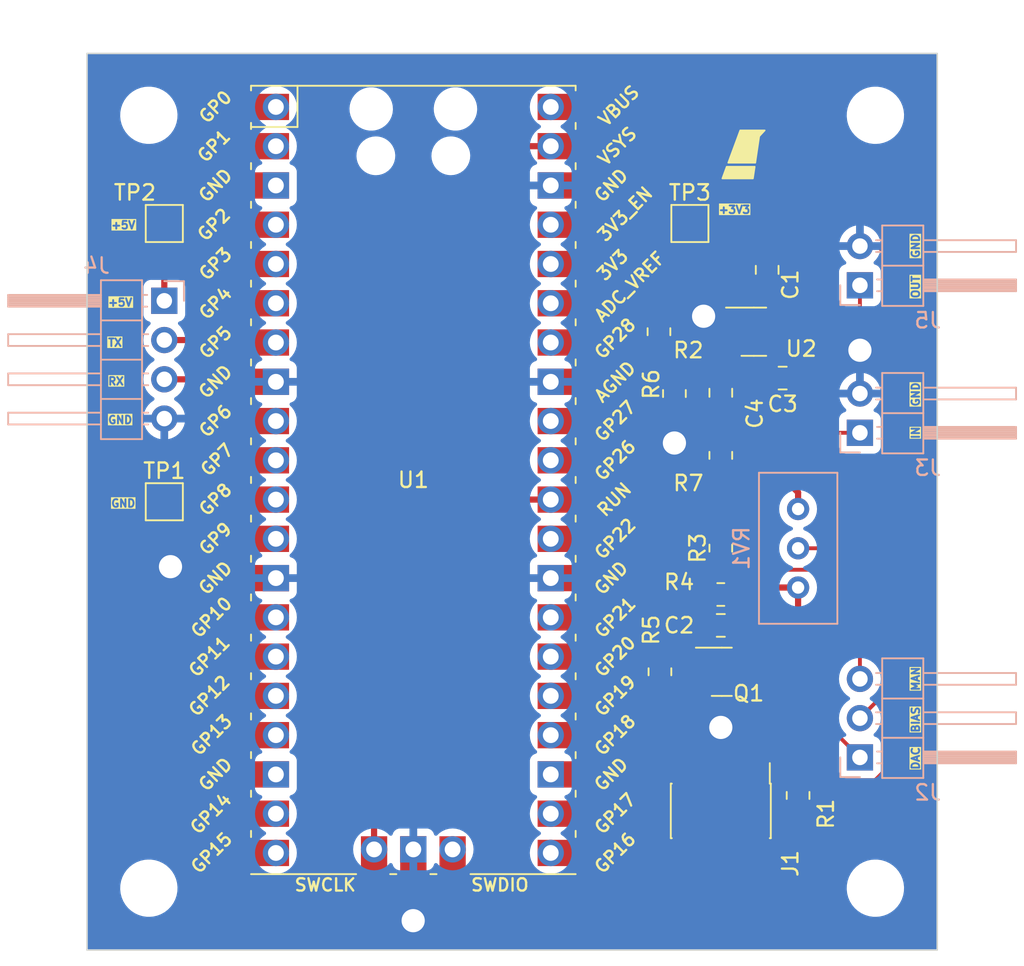
<source format=kicad_pcb>
(kicad_pcb (version 20221018) (generator pcbnew)
  (layers (0 "F.Cu" signal) (31 "B.Cu" signal) (34 "B.Paste" user) (35 "F.Paste" user) (36 "B.SilkS" user "B.Silkscreen") (37 "F.SilkS" user "F.Silkscreen") (38 "B.Mask" user) (39 "F.Mask" user) (44 "Edge.Cuts" user))
  (net 0 "")
  (net 1 "+3V3")
  (net 2 "GND")
  (net 3 "/COMP_BIAS_DC")
  (net 4 "/V_DN")
  (net 5 "/COMP_SIG")
  (net 6 "/COMP_REF")
  (net 7 "Net-(J1-SWDIO{slash}TMS)")
  (net 8 "Net-(J1-SWDCLK{slash}TCK)")
  (net 13 "/~{RESET}")
  (net 14 "+5V")
  (net 15 "/UART_TX")
  (net 16 "/UART_RX")
  (net 17 "/COMP_OUT")
  (net 18 "Net-(Q1-G)")
  (net 19 "Net-(Q1-D)")
  (net 20 "/COMP_BIAS_PWM")
  (net 21 "Net-(R7-Pad1)")
  (net 46 "Net-(J2-Pin_3)")
  (footprint "Custom_Graphic:bird_with_pants_small_flipped" (layer "F.Cu") (at 81.7 35.5)
    (fp_text reference "GRAPHIC1" hide)
    (fp_text value "Graphic" hide)
  )
  (footprint "Connector_PinHeader_1.27mm:PinHeader_2x05_P1.27mm_Vertical_SMD" (layer "F.Cu") (at 80 78 -90)
    (fp_text reference "J1" (at 3.4 -4.5 90) (layer "F.SilkS"))
    (fp_text value "Conn_ARM_JTAG_SWD_10")
    (pad "1" smd rect (at -1.95 -2.54 270) (size 2.4 0.74) (layers "F.Cu" "F.Paste" "F.Mask") (net 1 "+3V3"))
    (pad "2" smd rect (at 1.95 -2.54 270) (size 2.4 0.74) (layers "F.Cu" "F.Paste" "F.Mask") (net 7 "Net-(J1-SWDIO{slash}TMS)"))
    (pad "3" smd rect (at -1.95 -1.27 270) (size 2.4 0.74) (layers "F.Cu" "F.Paste" "F.Mask") (net 2 "GND"))
    (pad "4" smd rect (at 1.95 -1.27 270) (size 2.4 0.74) (layers "F.Cu" "F.Paste" "F.Mask") (net 8 "Net-(J1-SWDCLK{slash}TCK)"))
    (pad "5" smd rect (at -1.95 0 270) (size 2.4 0.74) (layers "F.Cu" "F.Paste" "F.Mask") (net 2 "GND"))
    (pad "6" smd rect (at 1.95 0 270) (size 2.4 0.74) (layers "F.Cu" "F.Paste" "F.Mask"))
    (pad "7" smd rect (at -1.95 1.27 270) (size 2.4 0.74) (layers "F.Cu" "F.Paste" "F.Mask"))
    (pad "8" smd rect (at 1.95 1.27 270) (size 2.4 0.74) (layers "F.Cu" "F.Paste" "F.Mask"))
    (pad "9" smd rect (at -1.95 2.54 270) (size 2.4 0.74) (layers "F.Cu" "F.Paste" "F.Mask"))
    (pad "10" smd rect (at 1.95 2.54 270) (size 2.4 0.74) (layers "F.Cu" "F.Paste" "F.Mask") (net 13 "/~{RESET}"))
  )
  (footprint "Resistor_SMD:R_0805_2012Metric" (layer "F.Cu") (at 76 47 -90)
    (fp_text reference "R2" (at 1.2 -1.9 -180) (layer "F.SilkS"))
    (fp_text value "10k")
    (pad "1" smd roundrect (at -0.9125 0 270) (size 1.025 1.4) (layers "F.Cu" "F.Paste" "F.Mask") (roundrect_rratio 0.243902) (net 1 "+3V3"))
    (pad "2" smd roundrect (at 0.9125 0 270) (size 1.025 1.4) (layers "F.Cu" "F.Paste" "F.Mask") (roundrect_rratio 0.243902) (net 6 "/COMP_REF"))
  )
  (footprint "Capacitor_SMD:C_0805_2012Metric" (layer "F.Cu") (at 84 50 180)
    (fp_text reference "C3" (at 0 -1.68) (layer "F.SilkS"))
    (fp_text value "1uF")
    (pad "1" smd roundrect (at -0.95 0 180) (size 1 1.45) (layers "F.Cu" "F.Paste" "F.Mask") (net 4 "/V_DN"))
    (pad "2" smd roundrect (at 0.95 0 180) (size 1 1.45) (layers "F.Cu" "F.Paste" "F.Mask") (net 5 "/COMP_SIG"))
  )
  (footprint "TestPoint:TestPoint_Pad_2.0x2.0mm" (layer "F.Cu") (at 78 40)
    (fp_text reference "TP3" (at 0 -1.998) (layer "F.SilkS"))
    (fp_text value "TestPoint")
    (pad "1" smd rect (at 0 0) (size 2 2) (layers "F.Cu" "F.Mask") (net 1 "+3V3"))
  )
  (footprint "Capacitor_SMD:C_0805_2012Metric" (layer "F.Cu") (at 80 66)
    (fp_text reference "C2" (at -2.7 0) (layer "F.SilkS"))
    (fp_text value "0.1uF")
    (pad "1" smd roundrect (at -0.95 0) (size 1 1.45) (layers "F.Cu" "F.Paste" "F.Mask") (net 3 "/COMP_BIAS_DC"))
    (pad "2" smd roundrect (at 0.95 0) (size 1 1.45) (layers "F.Cu" "F.Paste" "F.Mask") (net 2 "GND"))
  )
  (footprint "Capacitor_SMD:C_0805_2012Metric" (layer "F.Cu") (at 83 43 90)
    (fp_text reference "C1" (at -0.9625 1.5 90) (layer "F.SilkS"))
    (fp_text value "0.1uF")
    (pad "1" smd roundrect (at -0.95 0 90) (size 1 1.45) (layers "F.Cu" "F.Paste" "F.Mask") (net 1 "+3V3"))
    (pad "2" smd roundrect (at 0.95 0 90) (size 1 1.45) (layers "F.Cu" "F.Paste" "F.Mask") (net 2 "GND"))
  )
  (footprint "Resistor_SMD:R_0805_2012Metric" (layer "F.Cu") (at 80 64 180)
    (fp_text reference "R4" (at 2.7 0.8) (layer "F.SilkS"))
    (fp_text value "10k")
    (pad "1" smd roundrect (at -0.9125 0 180) (size 1.025 1.4) (layers "F.Cu" "F.Paste" "F.Mask") (roundrect_rratio 0.243902) (net 19 "Net-(Q1-D)"))
    (pad "2" smd roundrect (at 0.9125 0 180) (size 1.025 1.4) (layers "F.Cu" "F.Paste" "F.Mask") (roundrect_rratio 0.243902) (net 3 "/COMP_BIAS_DC"))
  )
  (footprint "MountingHole:MountingHole_3.2mm_M3" (layer "F.Cu") (at 90 83)
    (fp_text reference "H3" hide)
    (fp_text value "MountingHole")
    (pad "" np_thru_hole circle (at 0 0) (size 3.2 3.2) (drill 3.2) (layers "*.Cu" "*.Mask"))
  )
  (footprint "MountingHole:MountingHole_3.2mm_M3" (layer "F.Cu") (at 43 33)
    (fp_text reference "H1" hide)
    (fp_text value "MountingHole")
    (pad "" np_thru_hole circle (at 0 0) (size 3.2 3.2) (drill 3.2) (layers "*.Cu" "*.Mask"))
  )
  (footprint "TestPoint:TestPoint_Pad_2.0x2.0mm" (layer "F.Cu") (at 44 40)
    (fp_text reference "TP2" (at -1.9 -2) (layer "F.SilkS"))
    (fp_text value "TestPoint")
    (pad "1" smd rect (at 0 0) (size 2 2) (layers "F.Cu" "F.Mask") (net 14 "+5V"))
  )
  (footprint "Resistor_SMD:R_0805_2012Metric" (layer "F.Cu") (at 85 77 -90)
    (fp_text reference "R1" (at 1.2 -1.8 90) (layer "F.SilkS"))
    (fp_text value "10k")
    (pad "1" smd roundrect (at -0.9125 0 270) (size 1.025 1.4) (layers "F.Cu" "F.Paste" "F.Mask") (roundrect_rratio 0.243902) (net 1 "+3V3"))
    (pad "2" smd roundrect (at 0.9125 0 270) (size 1.025 1.4) (layers "F.Cu" "F.Paste" "F.Mask") (roundrect_rratio 0.243902) (net 13 "/~{RESET}"))
  )
  (footprint "Resistor_SMD:R_0805_2012Metric" (layer "F.Cu") (at 77 51 -90)
    (fp_text reference "R6" (at -0.6 1.5 90) (layer "F.SilkS"))
    (fp_text value "4.99k")
    (pad "1" smd roundrect (at -0.9125 0 270) (size 1.025 1.4) (layers "F.Cu" "F.Paste" "F.Mask") (roundrect_rratio 0.243902) (net 6 "/COMP_REF"))
    (pad "2" smd roundrect (at 0.9125 0 270) (size 1.025 1.4) (layers "F.Cu" "F.Paste" "F.Mask") (roundrect_rratio 0.243902) (net 2 "GND"))
  )
  (footprint "Resistor_SMD:R_0805_2012Metric" (layer "F.Cu") (at 80 61 -90)
    (fp_text reference "R3" (at 0 1.5 90) (layer "F.SilkS"))
    (fp_text value "1k")
    (pad "1" smd roundrect (at -0.9125 0 270) (size 1.025 1.4) (layers "F.Cu" "F.Paste" "F.Mask") (roundrect_rratio 0.243902) (net 1 "+3V3"))
    (pad "2" smd roundrect (at 0.9125 0 270) (size 1.025 1.4) (layers "F.Cu" "F.Paste" "F.Mask") (roundrect_rratio 0.243902) (net 19 "Net-(Q1-D)"))
  )
  (footprint "Resistor_SMD:R_0805_2012Metric" (layer "F.Cu") (at 80 55 90)
    (fp_text reference "R7" (at -1.8 -2.1 180) (layer "F.SilkS"))
    (fp_text value "4.99k")
    (pad "1" smd roundrect (at -0.9125 0 90) (size 1.025 1.4) (layers "F.Cu" "F.Paste" "F.Mask") (roundrect_rratio 0.243902) (net 21 "Net-(R7-Pad1)"))
    (pad "2" smd roundrect (at 0.9125 0 90) (size 1.025 1.4) (layers "F.Cu" "F.Paste" "F.Mask") (roundrect_rratio 0.243902) (net 2 "GND"))
  )
  (footprint "Custom_Graphic:PCB_PN_REV_small" (layer "F.Cu") (at 76.3625 33.3875)
    (fp_text reference "PCB1" hide)
    (fp_text value "PCB" hide)
    (fp_text user "${REV}" (at 0 -0.8 unlocked) (layer "F.Cu") (effects (font (size 0.75 0.75)) (justify left)))
    (fp_text user "${MPN}" (at 0 -2.2 unlocked) (layer "F.Cu") (effects (font (size 0.75 0.75)) (justify left)))
  )
  (footprint "MountingHole:MountingHole_3.2mm_M3" (layer "F.Cu") (at 43 83)
    (fp_text reference "H2" hide)
    (fp_text value "MountingHole")
    (pad "" np_thru_hole circle (at 0 0) (size 3.2 3.2) (drill 3.2) (layers "*.Cu" "*.Mask"))
  )
  (footprint "TestPoint:TestPoint_Pad_2.0x2.0mm" (layer "F.Cu") (at 44 58)
    (fp_text reference "TP1" (at 0 -1.998) (layer "F.SilkS"))
    (fp_text value "TestPoint")
    (pad "1" smd rect (at 0 0) (size 2 2) (layers "F.Cu" "F.Mask") (net 2 "GND"))
  )
  (footprint "Package_TO_SOT_SMD:SOT-23-5" (layer "F.Cu") (at 82.1375 47)
    (fp_text reference "U2" (at 3.0625 1.1) (layer "F.SilkS"))
    (fp_text value "MCP6541")
    (pad "1" smd roundrect (at -1.1375 -0.95) (size 1.325 0.6) (layers "F.Cu" "F.Paste" "F.Mask") (net 17 "/COMP_OUT"))
    (pad "2" smd roundrect (at -1.1375 0) (size 1.325 0.6) (layers "F.Cu" "F.Paste" "F.Mask") (net 2 "GND"))
    (pad "3" smd roundrect (at -1.1375 0.95) (size 1.325 0.6) (layers "F.Cu" "F.Paste" "F.Mask") (net 6 "/COMP_REF"))
    (pad "4" smd roundrect (at 1.1375 0.95) (size 1.325 0.6) (layers "F.Cu" "F.Paste" "F.Mask") (net 5 "/COMP_SIG"))
    (pad "5" smd roundrect (at 1.1375 -0.95) (size 1.325 0.6) (layers "F.Cu" "F.Paste" "F.Mask") (net 1 "+3V3"))
  )
  (footprint "MountingHole:MountingHole_3.2mm_M3" (layer "F.Cu") (at 90 33)
    (fp_text reference "H4" hide)
    (fp_text value "MountingHole")
    (pad "" np_thru_hole circle (at 0 0) (size 3.2 3.2) (drill 3.2) (layers "*.Cu" "*.Mask"))
  )
  (footprint "Custom_Module:RPi_Pico_SMD_TH" (layer "F.Cu") (at 60.11 56.59)
    (fp_text reference "U1" (at 0 0) (layer "F.SilkS"))
    (fp_text value "Pico")
    (fp_text user "GP9" (at -12.8 3.81 45) (layer "F.SilkS") (effects (font (size 0.8 0.8))))
    (fp_text user "GP16" (at 13.054 24.13 45) (layer "F.SilkS") (effects (font (size 0.8 0.8))))
    (fp_text user "GP10" (at -13.054 8.89 45) (layer "F.SilkS") (effects (font (size 0.8 0.8))))
    (fp_text user "GP5" (at -12.8 -8.89 45) (layer "F.SilkS") (effects (font (size 0.8 0.8))))
    (fp_text user "SWCLK" (at -5.7 26.2) (layer "F.SilkS") (effects (font (size 0.8 0.8))))
    (fp_text user "GP6" (at -12.8 -3.81 45) (layer "F.SilkS") (effects (font (size 0.8 0.8))))
    (fp_text user "GND" (at 12.8 6.35 45) (layer "F.SilkS") (effects (font (size 0.8 0.8))))
    (fp_text user "GP27" (at 13.054 -3.8 45) (layer "F.SilkS") (effects (font (size 0.8 0.8))))
    (fp_text user "GP3" (at -12.8 -13.97 45) (layer "F.SilkS") (effects (font (size 0.8 0.8))))
    (fp_text user "GP0" (at -12.8 -24.13 45) (layer "F.SilkS") (effects (font (size 0.8 0.8))))
    (fp_text user "GND" (at 12.8 -19.05 45) (layer "F.SilkS") (effects (font (size 0.8 0.8))))
    (fp_text user "GP7" (at -12.7 -1.3 45) (layer "F.SilkS") (effects (font (size 0.8 0.8))))
    (fp_text user "3V3_EN" (at 13.7 -17.2 45) (layer "F.SilkS") (effects (font (size 0.8 0.8))))
    (fp_text user "VBUS" (at 13.3 -24.2 45) (layer "F.SilkS") (effects (font (size 0.8 0.8))))
    (fp_text user "GND" (at 12.8 19.05 45) (layer "F.SilkS") (effects (font (size 0.8 0.8))))
    (fp_text user "GP22" (at 13.054 3.81 45) (layer "F.SilkS") (effects (font (size 0.8 0.8))))
    (fp_text user "GP13" (at -13.054 16.51 45) (layer "F.SilkS") (effects (font (size 0.8 0.8))))
    (fp_text user "GP21" (at 13.054 8.9 45) (layer "F.SilkS") (effects (font (size 0.8 0.8))))
    (fp_text user "3V3" (at 12.9 -13.9 45) (layer "F.SilkS") (effects (font (size 0.8 0.8))))
    (fp_text user "AGND" (at 13.054 -6.35 45) (layer "F.SilkS") (effects (font (size 0.8 0.8))))
    (fp_text user "GP2" (at -12.9 -16.51 45) (layer "F.SilkS") (effects (font (size 0.8 0.8))))
    (fp_text user "GP26" (at 13.054 -1.27 45) (layer "F.SilkS") (effects (font (size 0.8 0.8))))
    (fp_text user "GP19" (at 13.054 13.97 45) (layer "F.SilkS") (effects (font (size 0.8 0.8))))
    (fp_text user "GP11" (at -13.2 11.43 45) (layer "F.SilkS") (effects (font (size 0.8 0.8))))
    (fp_text user "GP17" (at 13.054 21.59 45) (layer "F.SilkS") (effects (font (size 0.8 0.8))))
    (fp_text user "GP8" (at -12.8 1.27 45) (layer "F.SilkS") (effects (font (size 0.8 0.8))))
    (fp_text user "GP18" (at 13.054 16.51 45) (layer "F.SilkS") (effects (font (size 0.8 0.8))))
    (fp_text user "GND" (at -12.8 -6.35 45) (layer "F.SilkS") (effects (font (size 0.8 0.8))))
    (fp_text user "GP12" (at -13.2 13.97 45) (layer "F.SilkS") (effects (font (size 0.8 0.8))))
    (fp_text user "RUN" (at 13 1.27 45) (layer "F.SilkS") (effects (font (size 0.8 0.8))))
    (fp_text user "GND" (at -12.8 -19.05 45) (layer "F.SilkS") (effects (font (size 0.8 0.8))))
    (fp_text user "GP1" (at -12.9 -21.6 45) (layer "F.SilkS") (effects (font (size 0.8 0.8))))
    (fp_text user "GND" (at -12.8 6.35 45) (layer "F.SilkS") (effects (font (size 0.8 0.8))))
    (fp_text user "GP15" (at -13.054 24.13 45) (layer "F.SilkS") (effects (font (size 0.8 0.8))))
    (fp_text user "ADC_VREF" (at 14 -12.5 45) (layer "F.SilkS") (effects (font (size 0.8 0.8))))
    (fp_text user "GP4" (at -12.8 -11.43 45) (layer "F.SilkS") (effects (font (size 0.8 0.8))))
    (fp_text user "GP28" (at 13.054 -9.144 45) (layer "F.SilkS") (effects (font (size 0.8 0.8))))
    (fp_text user "GND" (at -12.8 19.05 45) (layer "F.SilkS") (effects (font (size 0.8 0.8))))
    (fp_text user "GP14" (at -13.1 21.59 45) (layer "F.SilkS") (effects (font (size 0.8 0.8))))
    (fp_text user "SWDIO" (at 5.6 26.2) (layer "F.SilkS") (effects (font (size 0.8 0.8))))
    (fp_text user "GP20" (at 13.054 11.43 45) (layer "F.SilkS") (effects (font (size 0.8 0.8))))
    (fp_text user "VSYS" (at 13.2 -21.59 45) (layer "F.SilkS") (effects (font (size 0.8 0.8))))
    (pad "" np_thru_hole oval (at -2.725 -24) (size 1.8 1.8) (drill 1.8) (layers "*.Cu" "*.Mask"))
    (pad "" np_thru_hole oval (at -2.425 -20.97) (size 1.5 1.5) (drill 1.5) (layers "*.Cu" "*.Mask"))
    (pad "" np_thru_hole oval (at 2.425 -20.97) (size 1.5 1.5) (drill 1.5) (layers "*.Cu" "*.Mask"))
    (pad "" np_thru_hole oval (at 2.725 -24) (size 1.8 1.8) (drill 1.8) (layers "*.Cu" "*.Mask"))
    (pad "1" thru_hole oval (at -8.89 -24.13) (size 1.7 1.7) (drill 1.02) (layers "*.Cu" "*.Mask"))
    (pad "1" smd rect (at -8.89 -24.13) (size 3.5 1.7) (drill (offset -0.9 0)) (layers "F.Cu" "F.Mask"))
    (pad "2" thru_hole oval (at -8.89 -21.59) (size 1.7 1.7) (drill 1.02) (layers "*.Cu" "*.Mask"))
    (pad "2" smd rect (at -8.89 -21.59) (size 3.5 1.7) (drill (offset -0.9 0)) (layers "F.Cu" "F.Mask"))
    (pad "3" thru_hole rect (at -8.89 -19.05) (size 1.7 1.7) (drill 1.02) (layers "*.Cu" "*.Mask"))
    (pad "3" smd rect (at -8.89 -19.05) (size 3.5 1.7) (drill (offset -0.9 0)) (layers "F.Cu" "F.Mask"))
    (pad "4" thru_hole oval (at -8.89 -16.51) (size 1.7 1.7) (drill 1.02) (layers "*.Cu" "*.Mask"))
    (pad "4" smd rect (at -8.89 -16.51) (size 3.5 1.7) (drill (offset -0.9 0)) (layers "F.Cu" "F.Mask"))
    (pad "5" thru_hole oval (at -8.89 -13.97) (size 1.7 1.7) (drill 1.02) (layers "*.Cu" "*.Mask"))
    (pad "5" smd rect (at -8.89 -13.97) (size 3.5 1.7) (drill (offset -0.9 0)) (layers "F.Cu" "F.Mask"))
    (pad "6" thru_hole oval (at -8.89 -11.43) (size 1.7 1.7) (drill 1.02) (layers "*.Cu" "*.Mask") (net 15 "/UART_TX"))
    (pad "6" smd rect (at -8.89 -11.43) (size 3.5 1.7) (drill (offset -0.9 0)) (layers "F.Cu" "F.Mask") (net 15 "/UART_TX"))
    (pad "7" thru_hole oval (at -8.89 -8.89) (size 1.7 1.7) (drill 1.02) (layers "*.Cu" "*.Mask") (net 16 "/UART_RX"))
    (pad "7" smd rect (at -8.89 -8.89) (size 3.5 1.7) (drill (offset -0.9 0)) (layers "F.Cu" "F.Mask") (net 16 "/UART_RX"))
    (pad "8" thru_hole rect (at -8.89 -6.35) (size 1.7 1.7) (drill 1.02) (layers "*.Cu" "*.Mask") (net 2 "GND"))
    (pad "8" smd rect (at -8.89 -6.35) (size 3.5 1.7) (drill (offset -0.9 0)) (layers "F.Cu" "F.Mask") (net 2 "GND"))
    (pad "9" thru_hole oval (at -8.89 -3.81) (size 1.7 1.7) (drill 1.02) (layers "*.Cu" "*.Mask"))
    (pad "9" smd rect (at -8.89 -3.81) (size 3.5 1.7) (drill (offset -0.9 0)) (layers "F.Cu" "F.Mask"))
    (pad "10" thru_hole oval (at -8.89 -1.27) (size 1.7 1.7) (drill 1.02) (layers "*.Cu" "*.Mask"))
    (pad "10" smd rect (at -8.89 -1.27) (size 3.5 1.7) (drill (offset -0.9 0)) (layers "F.Cu" "F.Mask"))
    (pad "11" thru_hole oval (at -8.89 1.27) (size 1.7 1.7) (drill 1.02) (layers "*.Cu" "*.Mask"))
    (pad "11" smd rect (at -8.89 1.27) (size 3.5 1.7) (drill (offset -0.9 0)) (layers "F.Cu" "F.Mask"))
    (pad "12" thru_hole oval (at -8.89 3.81) (size 1.7 1.7) (drill 1.02) (layers "*.Cu" "*.Mask"))
    (pad "12" smd rect (at -8.89 3.81) (size 3.5 1.7) (drill (offset -0.9 0)) (layers "F.Cu" "F.Mask"))
    (pad "13" thru_hole rect (at -8.89 6.35) (size 1.7 1.7) (drill 1.02) (layers "*.Cu" "*.Mask") (net 2 "GND"))
    (pad "13" smd rect (at -8.89 6.35) (size 3.5 1.7) (drill (offset -0.9 0)) (layers "F.Cu" "F.Mask") (net 2 "GND"))
    (pad "14" thru_hole oval (at -8.89 8.89) (size 1.7 1.7) (drill 1.02) (layers "*.Cu" "*.Mask"))
    (pad "14" smd rect (at -8.89 8.89) (size 3.5 1.7) (drill (offset -0.9 0)) (layers "F.Cu" "F.Mask"))
    (pad "15" thru_hole oval (at -8.89 11.43) (size 1.7 1.7) (drill 1.02) (layers "*.Cu" "*.Mask"))
    (pad "15" smd rect (at -8.89 11.43) (size 3.5 1.7) (drill (offset -0.9 0)) (layers "F.Cu" "F.Mask"))
    (pad "16" thru_hole oval (at -8.89 13.97) (size 1.7 1.7) (drill 1.02) (layers "*.Cu" "*.Mask"))
    (pad "16" smd rect (at -8.89 13.97) (size 3.5 1.7) (drill (offset -0.9 0)) (layers "F.Cu" "F.Mask"))
    (pad "17" thru_hole oval (at -8.89 16.51) (size 1.7 1.7) (drill 1.02) (layers "*.Cu" "*.Mask"))
    (pad "17" smd rect (at -8.89 16.51) (size 3.5 1.7) (drill (offset -0.9 0)) (layers "F.Cu" "F.Mask"))
    (pad "18" thru_hole rect (at -8.89 19.05) (size 1.7 1.7) (drill 1.02) (layers "*.Cu" "*.Mask"))
    (pad "18" smd rect (at -8.89 19.05) (size 3.5 1.7) (drill (offset -0.9 0)) (layers "F.Cu" "F.Mask"))
    (pad "19" thru_hole oval (at -8.89 21.59) (size 1.7 1.7) (drill 1.02) (layers "*.Cu" "*.Mask"))
    (pad "19" smd rect (at -8.89 21.59) (size 3.5 1.7) (drill (offset -0.9 0)) (layers "F.Cu" "F.Mask"))
    (pad "20" thru_hole oval (at -8.89 24.13) (size 1.7 1.7) (drill 1.02) (layers "*.Cu" "*.Mask"))
    (pad "20" smd rect (at -8.89 24.13) (size 3.5 1.7) (drill (offset -0.9 0)) (layers "F.Cu" "F.Mask"))
    (pad "21" thru_hole oval (at 8.89 24.13) (size 1.7 1.7) (drill 1.02) (layers "*.Cu" "*.Mask") (net 20 "/COMP_BIAS_PWM"))
    (pad "21" smd rect (at 8.89 24.13) (size 3.5 1.7) (drill (offset 0.9 0)) (layers "F.Cu" "F.Mask") (net 20 "/COMP_BIAS_PWM"))
    (pad "22" thru_hole oval (at 8.89 21.59) (size 1.7 1.7) (drill 1.02) (layers "*.Cu" "*.Mask"))
    (pad "22" smd rect (at 8.89 21.59) (size 3.5 1.7) (drill (offset 0.9 0)) (layers "F.Cu" "F.Mask"))
    (pad "23" thru_hole rect (at 8.89 19.05) (size 1.7 1.7) (drill 1.02) (layers "*.Cu" "*.Mask"))
    (pad "23" smd rect (at 8.89 19.05) (size 3.5 1.7) (drill (offset 0.9 0)) (layers "F.Cu" "F.Mask"))
    (pad "24" thru_hole oval (at 8.89 16.51) (size 1.7 1.7) (drill 1.02) (layers "*.Cu" "*.Mask"))
    (pad "24" smd rect (at 8.89 16.51) (size 3.5 1.7) (drill (offset 0.9 0)) (layers "F.Cu" "F.Mask"))
    (pad "25" thru_hole oval (at 8.89 13.97) (size 1.7 1.7) (drill 1.02) (layers "*.Cu" "*.Mask"))
    (pad "25" smd rect (at 8.89 13.97) (size 3.5 1.7) (drill (offset 0.9 0)) (layers "F.Cu" "F.Mask"))
    (pad "26" thru_hole oval (at 8.89 11.43) (size 1.7 1.7) (drill 1.02) (layers "*.Cu" "*.Mask"))
    (pad "26" smd rect (at 8.89 11.43) (size 3.5 1.7) (drill (offset 0.9 0)) (layers "F.Cu" "F.Mask"))
    (pad "27" thru_hole oval (at 8.89 8.89) (size 1.7 1.7) (drill 1.02) (layers "*.Cu" "*.Mask"))
    (pad "27" smd rect (at 8.89 8.89) (size 3.5 1.7) (drill (offset 0.9 0)) (layers "F.Cu" "F.Mask"))
    (pad "28" thru_hole rect (at 8.89 6.35) (size 1.7 1.7) (drill 1.02) (layers "*.Cu" "*.Mask") (net 2 "GND"))
    (pad "28" smd rect (at 8.89 6.35) (size 3.5 1.7) (drill (offset 0.9 0)) (layers "F.Cu" "F.Mask") (net 2 "GND"))
    (pad "29" thru_hole oval (at 8.89 3.81) (size 1.7 1.7) (drill 1.02) (layers "*.Cu" "*.Mask"))
    (pad "29" smd rect (at 8.89 3.81) (size 3.5 1.7) (drill (offset 0.9 0)) (layers "F.Cu" "F.Mask"))
    (pad "30" thru_hole oval (at 8.89 1.27) (size 1.7 1.7) (drill 1.02) (layers "*.Cu" "*.Mask") (net 13 "/~{RESET}"))
    (pad "30" smd rect (at 8.89 1.27) (size 3.5 1.7) (drill (offset 0.9 0)) (layers "F.Cu" "F.Mask") (net 13 "/~{RESET}"))
    (pad "31" thru_hole oval (at 8.89 -1.27) (size 1.7 1.7) (drill 1.02) (layers "*.Cu" "*.Mask") (net 3 "/COMP_BIAS_DC"))
    (pad "31" smd rect (at 8.89 -1.27) (size 3.5 1.7) (drill (offset 0.9 0)) (layers "F.Cu" "F.Mask") (net 3 "/COMP_BIAS_DC"))
    (pad "32" thru_hole oval (at 8.89 -3.81) (size 1.7 1.7) (drill 1.02) (layers "*.Cu" "*.Mask") (net 6 "/COMP_REF"))
    (pad "32" smd rect (at 8.89 -3.81) (size 3.5 1.7) (drill (offset 0.9 0)) (layers "F.Cu" "F.Mask") (net 6 "/COMP_REF"))
    (pad "33" thru_hole rect (at 8.89 -6.35) (size 1.7 1.7) (drill 1.02) (layers "*.Cu" "*.Mask") (net 2 "GND"))
    (pad "33" smd rect (at 8.89 -6.35) (size 3.5 1.7) (drill (offset 0.9 0)) (layers "F.Cu" "F.Mask") (net 2 "GND"))
    (pad "34" thru_hole oval (at 8.89 -8.89) (size 1.7 1.7) (drill 1.02) (layers "*.Cu" "*.Mask") (net 17 "/COMP_OUT"))
    (pad "34" smd rect (at 8.89 -8.89) (size 3.5 1.7) (drill (offset 0.9 0)) (layers "F.Cu" "F.Mask") (net 17 "/COMP_OUT"))
    (pad "35" thru_hole oval (at 8.89 -11.43) (size 1.7 1.7) (drill 1.02) (layers "*.Cu" "*.Mask"))
    (pad "35" smd rect (at 8.89 -11.43) (size 3.5 1.7) (drill (offset 0.9 0)) (layers "F.Cu" "F.Mask"))
    (pad "36" thru_hole oval (at 8.89 -13.97) (size 1.7 1.7) (drill 1.02) (layers "*.Cu" "*.Mask") (net 1 "+3V3"))
    (pad "36" smd rect (at 8.89 -13.97) (size 3.5 1.7) (drill (offset 0.9 0)) (layers "F.Cu" "F.Mask") (net 1 "+3V3"))
    (pad "37" thru_hole oval (at 8.89 -16.51) (size 1.7 1.7) (drill 1.02) (layers "*.Cu" "*.Mask"))
    (pad "37" smd rect (at 8.89 -16.51) (size 3.5 1.7) (drill (offset 0.9 0)) (layers "F.Cu" "F.Mask"))
    (pad "38" thru_hole rect (at 8.89 -19.05) (size 1.7 1.7) (drill 1.02) (layers "*.Cu" "*.Mask") (net 2 "GND"))
    (pad "38" smd rect (at 8.89 -19.05) (size 3.5 1.7) (drill (offset 0.9 0)) (layers "F.Cu" "F.Mask") (net 2 "GND"))
    (pad "39" thru_hole oval (at 8.89 -21.59) (size 1.7 1.7) (drill 1.02) (layers "*.Cu" "*.Mask") (net 14 "+5V"))
    (pad "39" smd rect (at 8.89 -21.59) (size 3.5 1.7) (drill (offset 0.9 0)) (layers "F.Cu" "F.Mask") (net 14 "+5V"))
    (pad "40" thru_hole oval (at 8.89 -24.13) (size 1.7 1.7) (drill 1.02) (layers "*.Cu" "*.Mask"))
    (pad "40" smd rect (at 8.89 -24.13) (size 3.5 1.7) (drill (offset 0.9 0)) (layers "F.Cu" "F.Mask"))
    (pad "41" thru_hole oval (at -2.54 23.9) (size 1.7 1.7) (drill 1.02) (layers "*.Cu" "*.Mask") (net 8 "Net-(J1-SWDCLK{slash}TCK)"))
    (pad "41" smd rect (at -2.54 23.9 90) (size 3.5 1.7) (drill (offset -0.9 0)) (layers "F.Cu" "F.Mask") (net 8 "Net-(J1-SWDCLK{slash}TCK)"))
    (pad "42" thru_hole rect (at 0 23.9) (size 1.7 1.7) (drill 1.02) (layers "*.Cu" "*.Mask") (net 2 "GND"))
    (pad "42" smd rect (at 0 23.9 90) (size 3.5 1.7) (drill (offset -0.9 0)) (layers "F.Cu" "F.Mask") (net 2 "GND"))
    (pad "43" thru_hole oval (at 2.54 23.9) (size 1.7 1.7) (drill 1.02) (layers "*.Cu" "*.Mask") (net 7 "Net-(J1-SWDIO{slash}TMS)"))
    (pad "43" smd rect (at 2.54 23.9 90) (size 3.5 1.7) (drill (offset -0.9 0)) (layers "F.Cu" "F.Mask") (net 7 "Net-(J1-SWDIO{slash}TMS)"))
  )
  (footprint "Package_TO_SOT_SMD:SOT-23" (layer "F.Cu") (at 80.0625 69)
    (fp_text reference "Q1" (at 1.7375 1.4) (layer "F.SilkS"))
    (fp_text value "2N7002")
    (pad "1" smd roundrect (at -0.9375 -0.95) (size 1.475 0.6) (layers "F.Cu" "F.Paste" "F.Mask") (net 18 "Net-(Q1-G)"))
    (pad "2" smd roundrect (at -0.9375 0.95) (size 1.475 0.6) (layers "F.Cu" "F.Paste" "F.Mask") (net 2 "GND"))
    (pad "3" smd roundrect (at 0.9375 0) (size 1.475 0.6) (layers "F.Cu" "F.Paste" "F.Mask") (net 19 "Net-(Q1-D)"))
  )
  (footprint "Capacitor_SMD:C_0805_2012Metric" (layer "F.Cu") (at 80 50.949999 -90)
    (fp_text reference "C4" (at 1.350001 -2.2 90) (layer "F.SilkS"))
    (fp_text value "0.1uF")
    (pad "1" smd roundrect (at -0.95 0 270) (size 1 1.45) (layers "F.Cu" "F.Paste" "F.Mask") (net 6 "/COMP_REF"))
    (pad "2" smd roundrect (at 0.95 0 270) (size 1 1.45) (layers "F.Cu" "F.Paste" "F.Mask") (net 2 "GND"))
  )
  (footprint "Resistor_SMD:R_0805_2012Metric" (layer "F.Cu") (at 76.0625 69 90)
    (fp_text reference "R5" (at 2.7 -0.5625 90) (layer "F.SilkS"))
    (fp_text value "100")
    (pad "1" smd roundrect (at -0.9125 0 90) (size 1.025 1.4) (layers "F.Cu" "F.Paste" "F.Mask") (roundrect_rratio 0.243902) (net 20 "/COMP_BIAS_PWM"))
    (pad "2" smd roundrect (at 0.9125 0 90) (size 1.025 1.4) (layers "F.Cu" "F.Paste" "F.Mask") (roundrect_rratio 0.243902) (net 18 "Net-(Q1-G)"))
  )
  (footprint "Potentiometer_THT:Potentiometer_Bourns_3296W_Vertical" (layer "B.Cu") (at 85 63.55 -90)
    (fp_text reference "RV1" (at -2.54 3.66 90) (layer "B.SilkS") (effects (justify mirror)))
    (fp_text value "10k")
    (pad "1" thru_hole circle (at 0 0 270) (size 1.44 1.44) (drill 0.8) (layers "*.Cu" "*.Mask") (net 1 "+3V3"))
    (pad "2" thru_hole circle (at -2.54 0 270) (size 1.44 1.44) (drill 0.8) (layers "*.Cu" "*.Mask") (net 46 "Net-(J2-Pin_3)"))
    (pad "3" thru_hole circle (at -5.08 0 270) (size 1.44 1.44) (drill 0.8) (layers "*.Cu" "*.Mask") (net 21 "Net-(R7-Pad1)"))
  )
  (footprint "Connector_PinHeader_2.54mm:PinHeader_1x03_P2.54mm_Horizontal" (layer "B.Cu") (at 89 74.54)
    (fp_text reference "J2" (at 4.385 2.27) (layer "B.SilkS") (effects (justify mirror)))
    (fp_text value "Conn_01x03_Pin")
    (pad "1" thru_hole rect (at 0 0) (size 1.7 1.7) (drill 1) (layers "*.Cu" "*.Mask") (net 3 "/COMP_BIAS_DC"))
    (pad "2" thru_hole oval (at 0 -2.54) (size 1.7 1.7) (drill 1) (layers "*.Cu" "*.Mask") (net 5 "/COMP_SIG"))
    (pad "3" thru_hole oval (at 0 -5.08) (size 1.7 1.7) (drill 1) (layers "*.Cu" "*.Mask") (net 46 "Net-(J2-Pin_3)"))
  )
  (footprint "Connector_PinHeader_2.54mm:PinHeader_1x02_P2.54mm_Horizontal" (layer "B.Cu") (at 89 53.54)
    (fp_text reference "J3" (at 4.385 2.27) (layer "B.SilkS") (effects (justify mirror)))
    (fp_text value "Conn_01x02_Pin")
    (pad "1" thru_hole rect (at 0 0) (size 1.7 1.7) (drill 1) (layers "*.Cu" "*.Mask") (net 4 "/V_DN"))
    (pad "2" thru_hole oval (at 0 -2.54) (size 1.7 1.7) (drill 1) (layers "*.Cu" "*.Mask") (net 2 "GND"))
  )
  (footprint "Connector_PinHeader_2.54mm:PinHeader_1x04_P2.54mm_Horizontal" (layer "B.Cu") (at 44 45 180)
    (fp_text reference "J4" (at 4.385 2.27) (layer "B.SilkS") (effects (justify mirror)))
    (fp_text value "Conn_01x04_Pin")
    (pad "1" thru_hole rect (at 0 0 180) (size 1.7 1.7) (drill 1) (layers "*.Cu" "*.Mask") (net 14 "+5V"))
    (pad "2" thru_hole oval (at 0 -2.54 180) (size 1.7 1.7) (drill 1) (layers "*.Cu" "*.Mask") (net 15 "/UART_TX"))
    (pad "3" thru_hole oval (at 0 -5.08 180) (size 1.7 1.7) (drill 1) (layers "*.Cu" "*.Mask") (net 16 "/UART_RX"))
    (pad "4" thru_hole oval (at 0 -7.62 180) (size 1.7 1.7) (drill 1) (layers "*.Cu" "*.Mask") (net 2 "GND"))
  )
  (footprint "Connector_PinHeader_2.54mm:PinHeader_1x02_P2.54mm_Horizontal" (layer "B.Cu") (at 89 44)
    (fp_text reference "J5" (at 4.385 2.27) (layer "B.SilkS") (effects (justify mirror)))
    (fp_text value "Conn_01x02_Pin")
    (pad "1" thru_hole rect (at 0 0) (size 1.7 1.7) (drill 1) (layers "*.Cu" "*.Mask") (net 17 "/COMP_OUT"))
    (pad "2" thru_hole oval (at 0 -2.54) (size 1.7 1.7) (drill 1) (layers "*.Cu" "*.Mask") (net 2 "GND"))
  )
  (gr_rect (start 39 29) (end 94 87) (stroke (width 0.1)) (fill none) (layer "Edge.Cuts"))
  (gr_text "RX" (at 40.3 50.5) (layer "F.SilkS" knockout) (effects (font (size 0.5 0.5) (thickness 0.125) bold) (justify left bottom)))
  (gr_text "GND" (at 40.3 53) (layer "F.SilkS" knockout) (effects (font (size 0.5 0.5) (thickness 0.125) bold) (justify left bottom)))
  (gr_text "MAN" (at 92.9 70.3 90) (layer "F.SilkS" knockout) (effects (font (size 0.5 0.5) (thickness 0.125) bold) (justify left bottom)))
  (gr_text "GND" (at 92.9 42.3 90) (layer "F.SilkS" knockout) (effects (font (size 0.5 0.5) (thickness 0.125) bold) (justify left bottom)))
  (gr_text "GND" (at 92.9 51.9 90) (layer "F.SilkS" knockout) (effects (font (size 0.5 0.5) (thickness 0.125) bold) (justify left bottom)))
  (gr_text "DAC" (at 92.9 75.4 90) (layer "F.SilkS" knockout) (effects (font (size 0.5 0.5) (thickness 0.125) bold) (justify left bottom)))
  (gr_text "IN" (at 92.9 54 90) (layer "F.SilkS" knockout) (effects (font (size 0.5 0.5) (thickness 0.125) bold) (justify left bottom)))
  (gr_text "+5V" (at 40.3 45.4) (layer "F.SilkS" knockout) (effects (font (size 0.5 0.5) (thickness 0.125) bold) (justify left bottom)))
  (gr_text "GND" (at 40.5 58.4) (layer "F.SilkS" knockout) (effects (font (size 0.5 0.5) (thickness 0.125) bold) (justify left bottom)))
  (gr_text "TX" (at 40.3 48) (layer "F.SilkS" knockout) (effects (font (size 0.5 0.5) (thickness 0.125) bold) (justify left bottom)))
  (gr_text "+5V" (at 40.5 40.4) (layer "F.SilkS" knockout) (effects (font (size 0.5 0.5) (thickness 0.125) bold) (justify left bottom)))
  (gr_text "BIAS" (at 92.9 73 90) (layer "F.SilkS" knockout) (effects (font (size 0.5 0.5) (thickness 0.125) bold) (justify left bottom)))
  (gr_text "+3V3" (at 79.8 39.4) (layer "F.SilkS" knockout) (effects (font (size 0.5 0.5) (thickness 0.125) bold) (justify left bottom)))
  (gr_text "OUT" (at 92.9 44.9 90) (layer "F.SilkS" knockout) (effects (font (size 0.5 0.5) (thickness 0.125) bold) (justify left bottom)))
  (segment (start 80 60.0875) (end 80.7875 60.0875) (width 0.4) (layer "F.Cu") (net 1))
  (segment (start 78 42.62) (end 81.7075 42.62) (width 0.4) (layer "F.Cu") (net 1))
  (segment (start 77 42.62) (end 78 42.62) (width 0.4) (layer "F.Cu") (net 1))
  (segment (start 78 40) (end 78 42.62) (width 0.4) (layer "F.Cu") (net 1))
  (segment (start 91.4 40.9) (end 91.4 74.7) (width 0.4) (layer "F.Cu") (net 1))
  (segment (start 85 76.0875) (end 82.5775 76.0875) (width 0.4) (layer "F.Cu") (net 1))
  (segment (start 84.4 44) (end 83.0875 44) (width 0.4) (layer "F.Cu") (net 1))
  (segment (start 76 46.0875) (end 76 42.62) (width 0.4) (layer "F.Cu") (net 1))
  (segment (start 81.5 60.8) (end 81.5 62.1) (width 0.4) (layer "F.Cu") (net 1))
  (segment (start 89.4 38.9) (end 91.4 40.9) (width 0.4) (layer "F.Cu") (net 1))
  (segment (start 84.7 44.3) (end 84.4 44) (width 0.4) (layer "F.Cu") (net 1))
  (segment (start 85 63.55) (end 85 76.0875) (width 0.4) (layer "F.Cu") (net 1))
  (segment (start 69 42.62) (end 77 42.62) (width 0.4) (layer "F.Cu") (net 1))
  (segment (start 78 40) (end 86.4 40) (width 0.4) (layer "F.Cu") (net 1))
  (segment (start 82.95 63.55) (end 85 63.55) (width 0.4) (layer "F.Cu") (net 1))
  (segment (start 84.7 45.7) (end 84.7 44.3) (width 0.4) (layer "F.Cu") (net 1))
  (segment (start 81.7075 42.62) (end 83.0875 44) (width 0.4) (layer "F.Cu") (net 1))
  (segment (start 87.5 38.9) (end 89.4 38.9) (width 0.4) (layer "F.Cu") (net 1))
  (segment (start 81.5 62.1) (end 82.95 63.55) (width 0.4) (layer "F.Cu") (net 1))
  (segment (start 82.5775 76.0875) (end 82.54 76.05) (width 0.4) (layer "F.Cu") (net 1))
  (segment (start 91.4 74.7) (end 90.0125 76.0875) (width 0.4) (layer "F.Cu") (net 1))
  (segment (start 80.7875 60.0875) (end 81.5 60.8) (width 0.4) (layer "F.Cu") (net 1))
  (segment (start 90.0125 76.0875) (end 85 76.0875) (width 0.4) (layer "F.Cu") (net 1))
  (segment (start 86.4 40) (end 87.5 38.9) (width 0.4) (layer "F.Cu") (net 1))
  (segment (start 84.35 46.05) (end 84.7 45.7) (width 0.4) (layer "F.Cu") (net 1))
  (segment (start 83.275 46.05) (end 84.35 46.05) (width 0.4) (layer "F.Cu") (net 1))
  (segment (start 79.125 71.725) (end 80 72.6) (width 0.4) (layer "F.Cu") (net 2))
  (segment (start 79.5 47) (end 81 47) (width 0.4) (layer "F.Cu") (net 2))
  (segment (start 44 61.8) (end 44.4 62.2) (width 0.4) (layer "F.Cu") (net 2))
  (segment (start 45.14 62.94) (end 44.4 62.2) (width 0.4) (layer "F.Cu") (net 2))
  (segment (start 51.22 50.24) (end 48.86 50.24) (width 0.4) (layer "F.Cu") (net 2))
  (segment (start 44 58) (end 44 61.8) (width 0.4) (layer "F.Cu") (net 2))
  (segment (start 79.125 69.95) (end 79.125 71.725) (width 0.4) (layer "F.Cu") (net 2))
  (segment (start 90.7 47.5) (end 90 48.2) (width 0.4) (layer "F.Cu") (net 2))
  (segment (start 81.27 76.05) (end 81.27 73.87) (width 0.4) (layer "F.Cu") (net 2))
  (segment (start 77 51.9125) (end 79.987499 51.9125) (width 0.4) (layer "F.Cu") (net 2))
  (segment (start 75.2125 51.9125) (end 77 51.9125) (width 0.4) (layer "F.Cu") (net 2))
  (segment (start 82.7 72.6) (end 80 72.6) (width 0.4) (layer "F.Cu") (net 2))
  (segment (start 83.59 41.46) (end 89 41.46) (width 0.4) (layer "F.Cu") (net 2))
  (segment (start 60.11 85.09) (end 60.1 85.1) (width 0.4) (layer "F.Cu") (net 2))
  (segment (start 46.48 52.62) (end 44 52.62) (width 0.4) (layer "F.Cu") (net 2))
  (segment (start 83 42.05) (end 83.59 41.46) (width 0.4) (layer "F.Cu") (net 2))
  (segment (start 83.3 72) (end 82.7 72.6) (width 0.4) (layer "F.Cu") (net 2))
  (segment (start 44 52.62) (end 44 58) (width 0.4) (layer "F.Cu") (net 2))
  (segment (start 51.22 62.94) (end 45.14 62.94) (width 0.4) (layer "F.Cu") (net 2))
  (segment (start 69 50.24) (end 73.54 50.24) (width 0.4) (layer "F.Cu") (net 2))
  (segment (start 78.888 46.388) (end 79.5 47) (width 0.4) (layer "F.Cu") (net 2))
  (segment (start 90.26 41.46) (end 90.7 41.9) (width 0.4) (layer "F.Cu") (net 2))
  (segment (start 73.54 50.24) (end 75.2125 51.9125) (width 0.4) (layer "F.Cu") (net 2))
  (segment (start 80 54.0875) (end 80 51.899999) (width 0.4) (layer "F.Cu") (net 2))
  (segment (start 89 41.46) (end 90.26 41.46) (width 0.4) (layer "F.Cu") (net 2))
  (segment (start 90 48.2) (end 89 48.2) (width 0.4) (layer "F.Cu") (net 2))
  (segment (start 80.95 66) (end 82 66) (width 0.4) (layer "F.Cu") (net 2))
  (segment (start 83.3 67.3) (end 83.3 72) (width 0.4) (layer "F.Cu") (net 2))
  (segment (start 77 51.9125) (end 77 54.2) (width 0.4) (layer "F.Cu") (net 2))
  (segment (start 48.86 50.24) (end 46.48 52.62) (width 0.4) (layer "F.Cu") (net 2))
  (segment (start 60.11 80.49) (end 60.11 85.09) (width 0.4) (layer "F.Cu") (net 2))
  (segment (start 89 51) (end 89 48.2) (width 0.4) (layer "F.Cu") (net 2))
  (segment (start 79.987499 51.9125) (end 80 51.899999) (width 0.4) (layer "F.Cu") (net 2))
  (segment (start 80 76.05) (end 80 72.6) (width 0.4) (layer "F.Cu") (net 2))
  (segment (start 78.888 46) (end 78.888 46.388) (width 0.4) (layer "F.Cu") (net 2))
  (segment (start 82 66) (end 83.3 67.3) (width 0.4) (layer "F.Cu") (net 2))
  (segment (start 81.27 73.87) (end 80 72.6) (width 0.4) (layer "F.Cu") (net 2))
  (segment (start 90.7 41.9) (end 90.7 47.5) (width 0.4) (layer "F.Cu") (net 2))
  (via (at 60.1 85.1) (size 2.5) (drill 1.5) (layers "F.Cu" "B.Cu") (net 2))
  (via (at 78.888 46) (size 2.5) (drill 1.5) (layers "F.Cu" "B.Cu") (net 2))
  (via (at 80 72.6) (size 2.5) (drill 1.5) (layers "F.Cu" "B.Cu") (net 2))
  (via (at 44.4 62.2) (size 2.5) (drill 1.5) (layers "F.Cu" "B.Cu") (net 2))
  (via (at 89 48.2) (size 2.5) (drill 1.5) (layers "F.Cu" "B.Cu") (net 2))
  (via (at 77 54.2) (size 2.5) (drill 1.5) (layers "F.Cu" "B.Cu") (net 2))
  (segment (start 79.0875 64) (end 76.5 64) (width 0.25) (layer "F.Cu") (net 3))
  (segment (start 85.8 62.4) (end 84.1 62.4) (width 0.25) (layer "F.Cu") (net 3))
  (segment (start 75.6 58.1) (end 75.6 63.1) (width 0.25) (layer "F.Cu") (net 3))
  (segment (start 82.996231 59.396231) (end 81.7 58.1) (width 0.25) (layer "F.Cu") (net 3))
  (segment (start 86.9 72.44) (end 86.9 63.5) (width 0.25) (layer "F.Cu") (net 3))
  (segment (start 75 56.6) (end 75.6 57.2) (width 0.25) (layer "F.Cu") (net 3))
  (segment (start 84.1 62.4) (end 82.996231 61.296231) (width 0.25) (layer "F.Cu") (net 3))
  (segment (start 73.72 55.32) (end 75 56.6) (width 0.25) (layer "F.Cu") (net 3))
  (segment (start 79.05 64.0375) (end 79.0875 64) (width 0.25) (layer "F.Cu") (net 3))
  (segment (start 76.5 64) (end 75.6 63.1) (width 0.25) (layer "F.Cu") (net 3))
  (segment (start 79.05 66) (end 79.05 64.0375) (width 0.25) (layer "F.Cu") (net 3))
  (segment (start 82.996231 61.296231) (end 82.996231 59.396231) (width 0.25) (layer "F.Cu") (net 3))
  (segment (start 89 74.54) (end 86.9 72.44) (width 0.25) (layer "F.Cu") (net 3))
  (segment (start 75.6 57.2) (end 75.6 58.1) (width 0.25) (layer "F.Cu") (net 3))
  (segment (start 69 55.32) (end 73.72 55.32) (width 0.25) (layer "F.Cu") (net 3))
  (segment (start 81.7 58.1) (end 75.6 58.1) (width 0.25) (layer "F.Cu") (net 3))
  (segment (start 86.9 63.5) (end 85.8 62.4) (width 0.25) (layer "F.Cu") (net 3))
  (segment (start 87.24 53.54) (end 89 53.54) (width 0.25) (layer "F.Cu") (net 4))
  (segment (start 84.95 50) (end 84.95 51.25) (width 0.25) (layer "F.Cu") (net 4))
  (segment (start 84.95 51.25) (end 87.24 53.54) (width 0.25) (layer "F.Cu") (net 4))
  (segment (start 90.6 59.7) (end 83.05 52.15) (width 0.25) (layer "F.Cu") (net 5))
  (segment (start 83.05 48.175) (end 83.275 47.95) (width 0.25) (layer "F.Cu") (net 5))
  (segment (start 83.05 50) (end 83.05 48.175) (width 0.25) (layer "F.Cu") (net 5))
  (segment (start 89 72) (end 90.6 70.4) (width 0.25) (layer "F.Cu") (net 5))
  (segment (start 83.05 52.15) (end 83.05 50) (width 0.25) (layer "F.Cu") (net 5))
  (segment (start 90.6 70.4) (end 90.6 59.7) (width 0.25) (layer "F.Cu") (net 5))
  (segment (start 79.1 55) (end 80.7 55) (width 0.25) (layer "F.Cu") (net 6))
  (segment (start 78.2 55.9) (end 79.1 55) (width 0.25) (layer "F.Cu") (net 6))
  (segment (start 80 48.3) (end 80 49.999999) (width 0.25) (layer "F.Cu") (net 6))
  (segment (start 81.3 50.7) (end 80.599999 49.999999) (width 0.25) (layer "F.Cu") (net 6))
  (segment (start 75.8 55.9) (end 78.2 55.9) (width 0.25) (layer "F.Cu") (net 6))
  (segment (start 72.68 52.78) (end 75.8 55.9) (width 0.25) (layer "F.Cu") (net 6))
  (segment (start 80.35 47.95) (end 80 48.3) (width 0.25) (layer "F.Cu") (net 6))
  (segment (start 81.3 54.4) (end 81.3 50.7) (width 0.25) (layer "F.Cu") (net 6))
  (segment (start 69 52.78) (end 72.68 52.78) (width 0.25) (layer "F.Cu") (net 6))
  (segment (start 81 47.95) (end 80.35 47.95) (width 0.25) (layer "F.Cu") (net 6))
  (segment (start 80 49.999999) (end 77.087501 49.999999) (width 0.25) (layer "F.Cu") (net 6))
  (segment (start 77 48.9125) (end 77 50.0875) (width 0.25) (layer "F.Cu") (net 6))
  (segment (start 80.599999 49.999999) (end 80 49.999999) (width 0.25) (layer "F.Cu") (net 6))
  (segment (start 80.7 55) (end 81.3 54.4) (width 0.25) (layer "F.Cu") (net 6))
  (segment (start 77.087501 49.999999) (end 77 50.0875) (width 0.25) (layer "F.Cu") (net 6))
  (segment (start 76 47.9125) (end 77 48.9125) (width 0.25) (layer "F.Cu") (net 6))
  (segment (start 82.54 83.26) (end 80.5 85.3) (width 0.4) (layer "F.Cu") (net 7))
  (segment (start 64.7 85.3) (end 62.65 83.25) (width 0.4) (layer "F.Cu") (net 7))
  (segment (start 62.65 83.25) (end 62.65 80.49) (width 0.4) (layer "F.Cu") (net 7))
  (segment (start 82.54 79.95) (end 82.54 83.26) (width 0.4) (layer "F.Cu") (net 7))
  (segment (start 80.5 85.3) (end 64.7 85.3) (width 0.4) (layer "F.Cu") (net 7))
  (segment (start 58.27 78.1) (end 57.57 78.8) (width 0.4) (layer "F.Cu") (net 8))
  (segment (start 57.57 78.8) (end 57.57 80.49) (width 0.4) (layer "F.Cu") (net 8))
  (segment (start 79.4 84.4) (end 66.9 84.4) (width 0.4) (layer "F.Cu") (net 8))
  (segment (start 81.27 82.53) (end 79.4 84.4) (width 0.4) (layer "F.Cu") (net 8))
  (segment (start 64.8 82.3) (end 64.8 79.7) (width 0.4) (layer "F.Cu") (net 8))
  (segment (start 81.27 79.95) (end 81.27 82.53) (width 0.4) (layer "F.Cu") (net 8))
  (segment (start 64.8 79.7) (end 63.2 78.1) (width 0.4) (layer "F.Cu") (net 8))
  (segment (start 66.9 84.4) (end 64.8 82.3) (width 0.4) (layer "F.Cu") (net 8))
  (segment (start 63.2 78.1) (end 58.27 78.1) (width 0.4) (layer "F.Cu") (net 8))
  (segment (start 76.3 83.1) (end 76.4 83.2) (width 0.4) (layer "F.Cu") (net 13))
  (segment (start 67.7 83.1) (end 76.3 83.1) (width 0.4) (layer "F.Cu") (net 13))
  (segment (start 76.4 83.2) (end 77.46 82.14) (width 0.4) (layer "F.Cu") (net 13))
  (segment (start 66.64 57.86) (end 66 58.5) (width 0.4) (layer "F.Cu") (net 13))
  (segment (start 66 58.5) (end 66 81.4) (width 0.4) (layer "F.Cu") (net 13))
  (segment (start 77.9875 77.9125) (end 85 77.9125) (width 0.25) (layer "F.Cu") (net 13))
  (segment (start 69 57.86) (end 66.64 57.86) (width 0.4) (layer "F.Cu") (net 13))
  (segment (start 77.46 82.14) (end 77.46 79.95) (width 0.4) (layer "F.Cu") (net 13))
  (segment (start 77.46 78.44) (end 77.9875 77.9125) (width 0.25) (layer "F.Cu") (net 13))
  (segment (start 77.46 79.95) (end 77.46 78.44) (width 0.25) (layer "F.Cu") (net 13))
  (segment (start 66 81.4) (end 67.7 83.1) (width 0.4) (layer "F.Cu") (net 13))
  (segment (start 47.6 34.4) (end 47.6 31.5) (width 0.4) (layer "F.Cu") (net 14))
  (segment (start 47.6 31.5) (end 48.8 30.3) (width 0.4) (layer "F.Cu") (net 14))
  (segment (start 64.6 30.3) (end 65.5 31.2) (width 0.4) (layer "F.Cu") (net 14))
  (segment (start 44 38) (end 47.6 34.4) (width 0.4) (layer "F.Cu") (net 14))
  (segment (start 44 45) (end 44 40) (width 0.4) (layer "F.Cu") (net 14))
  (segment (start 65.5 34.1) (end 66.4 35) (width 0.4) (layer "F.Cu") (net 14))
  (segment (start 65.5 31.2) (end 65.5 34.1) (width 0.4) (layer "F.Cu") (net 14))
  (segment (start 48.8 30.3) (end 64.6 30.3) (width 0.4) (layer "F.Cu") (net 14))
  (segment (start 66.4 35) (end 69 35) (width 0.4) (layer "F.Cu") (net 14))
  (segment (start 44 40) (end 44 38) (width 0.4) (layer "F.Cu") (net 14))
  (segment (start 48.34 45.16) (end 45.96 47.54) (width 0.4) (layer "F.Cu") (net 15))
  (segment (start 45.96 47.54) (end 44 47.54) (width 0.4) (layer "F.Cu") (net 15))
  (segment (start 51.22 45.16) (end 48.34 45.16) (width 0.4) (layer "F.Cu") (net 15))
  (segment (start 48.7 47.7) (end 51.22 47.7) (width 0.4) (layer "F.Cu") (net 16))
  (segment (start 44 50.08) (end 46.32 50.08) (width 0.4) (layer "F.Cu") (net 16))
  (segment (start 46.32 50.08) (end 48.7 47.7) (width 0.4) (layer "F.Cu") (net 16))
  (segment (start 81 46.05) (end 81.699327 46.05) (width 0.25) (layer "F.Cu") (net 17))
  (segment (start 69 47.7) (end 72.9 47.7) (width 0.25) (layer "F.Cu") (net 17))
  (segment (start 82.549327 46.9) (end 87.7 46.9) (width 0.25) (layer "F.Cu") (net 17))
  (segment (start 77.2 44.8) (end 77.2 46.6) (width 0.25) (layer "F.Cu") (net 17))
  (segment (start 81 46.05) (end 81 45) (width 0.25) (layer "F.Cu") (net 17))
  (segment (start 89 45.6) (end 89 44) (width 0.25) (layer "F.Cu") (net 17))
  (segment (start 87.7 46.9) (end 89 45.6) (width 0.25) (layer "F.Cu") (net 17))
  (segment (start 81 45) (end 80 44) (width 0.25) (layer "F.Cu") (net 17))
  (segment (start 76.8 47) (end 73.6 47) (width 0.25) (layer "F.Cu") (net 17))
  (segment (start 81.699327 46.05) (end 82.549327 46.9) (width 0.25) (layer "F.Cu") (net 17))
  (segment (start 80 44) (end 78 44) (width 0.25) (layer "F.Cu") (net 17))
  (segment (start 77.2 46.6) (end 76.8 47) (width 0.25) (layer "F.Cu") (net 17))
  (segment (start 72.9 47.7) (end 73.6 47) (width 0.25) (layer "F.Cu") (net 17))
  (segment (start 78 44) (end 77.2 44.8) (width 0.25) (layer "F.Cu") (net 17))
  (segment (start 76.0625 68.0875) (end 79.0875 68.0875) (width 0.25) (layer "F.Cu") (net 18))
  (segment (start 79.0875 68.0875) (end 79.125 68.05) (width 0.25) (layer "F.Cu") (net 18))
  (segment (start 80.125 67.640749) (end 80.125 64.7875) (width 0.25) (layer "F.Cu") (net 19))
  (segment (start 81 69) (end 81 68.515749) (width 0.25) (layer "F.Cu") (net 19))
  (segment (start 80.125 64.7875) (end 80.9125 64) (width 0.25) (layer "F.Cu") (net 19))
  (segment (start 80.9125 64) (end 80.9125 62.825) (width 0.25) (layer "F.Cu") (net 19))
  (segment (start 81 68.515749) (end 80.125 67.640749) (width 0.25) (layer "F.Cu") (net 19))
  (segment (start 80.9125 62.825) (end 80 61.9125) (width 0.25) (layer "F.Cu") (net 19))
  (segment (start 75.5 78.5) (end 75.6 78.6) (width 0.25) (layer "F.Cu") (net 20))
  (segment (start 75.5 73.5) (end 75.5 78.5) (width 0.25) (layer "F.Cu") (net 20))
  (segment (start 76.0625 72.9375) (end 75.5 73.5) (width 0.25) (layer "F.Cu") (net 20))
  (segment (start 75.6 78.6) (end 75.6 79.7) (width 0.25) (layer "F.Cu") (net 20))
  (segment (start 74.58 80.72) (end 69 80.72) (width 0.25) (layer "F.Cu") (net 20))
  (segment (start 76.0625 69.9125) (end 76.0625 72.9375) (width 0.25) (layer "F.Cu") (net 20))
  (segment (start 75.6 79.7) (end 74.58 80.72) (width 0.25) (layer "F.Cu") (net 20))
  (segment (start 83.5125 55.9125) (end 85 57.4) (width 0.4) (layer "F.Cu") (net 21))
  (segment (start 80 55.9125) (end 83.5125 55.9125) (width 0.4) (layer "F.Cu") (net 21))
  (segment (start 85 57.4) (end 85 58.47) (width 0.4) (layer "F.Cu") (net 21))
  (segment (start 89 63.1) (end 86.91 61.01) (width 0.25) (layer "F.Cu") (net 46))
  (segment (start 89 69.46) (end 89 63.1) (width 0.25) (layer "F.Cu") (net 46))
  (segment (start 86.91 61.01) (end 85 61.01) (width 0.25) (layer "F.Cu") (net 46))
  (zone (net 2) (net_name "GND") (layer "B.Cu") (connect_pads (clearance 0.5)) (min_thickness 0.25) (fill yes (thermal_gap 0.5) (thermal_bridge_width 0.5))
    (polygon (pts (xy 39 29) (xy 94 29) (xy 94 87) (xy 39 87)))
  )
)
</source>
